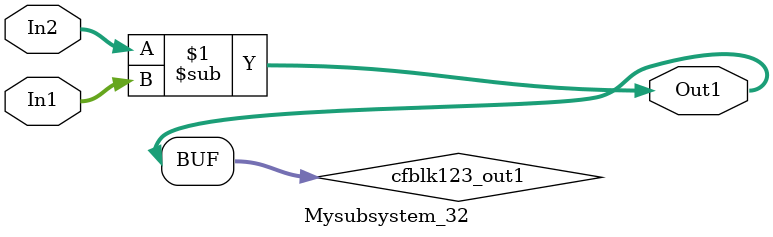
<source format=v>



`timescale 1 ns / 1 ns

module Mysubsystem_32
          (In1,
           In2,
           Out1);


  input   [7:0] In1;  // uint8
  input   [7:0] In2;  // uint8
  output  [7:0] Out1;  // uint8


  wire [7:0] cfblk123_out1;  // uint8


  assign cfblk123_out1 = In2 - In1;



  assign Out1 = cfblk123_out1;

endmodule  // Mysubsystem_32


</source>
